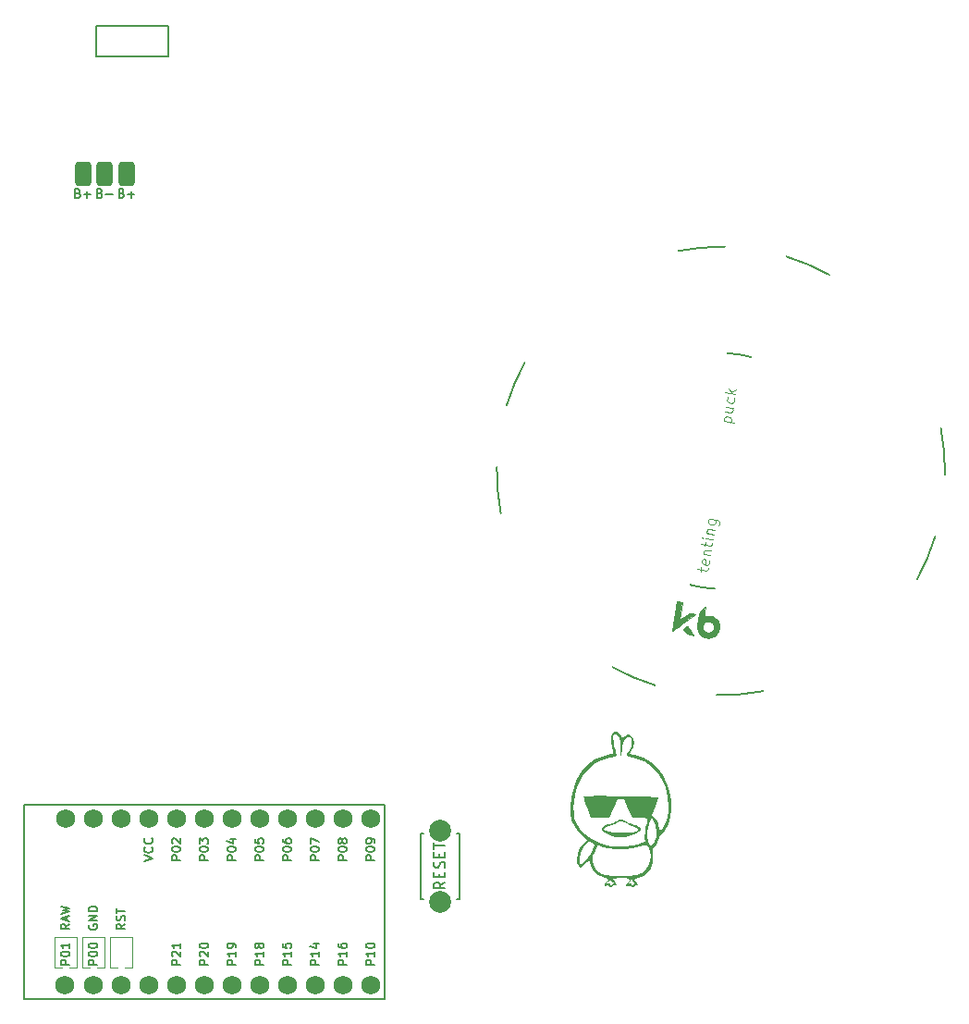
<source format=gbr>
%TF.GenerationSoftware,KiCad,Pcbnew,(6.0.7-1)-1*%
%TF.CreationDate,2022-08-15T15:56:19+02:00*%
%TF.ProjectId,wizza,77697a7a-612e-46b6-9963-61645f706362,v1.0.0*%
%TF.SameCoordinates,Original*%
%TF.FileFunction,Legend,Top*%
%TF.FilePolarity,Positive*%
%FSLAX46Y46*%
G04 Gerber Fmt 4.6, Leading zero omitted, Abs format (unit mm)*
G04 Created by KiCad (PCBNEW (6.0.7-1)-1) date 2022-08-15 15:56:19*
%MOMM*%
%LPD*%
G01*
G04 APERTURE LIST*
G04 Aperture macros list*
%AMRoundRect*
0 Rectangle with rounded corners*
0 $1 Rounding radius*
0 $2 $3 $4 $5 $6 $7 $8 $9 X,Y pos of 4 corners*
0 Add a 4 corners polygon primitive as box body*
4,1,4,$2,$3,$4,$5,$6,$7,$8,$9,$2,$3,0*
0 Add four circle primitives for the rounded corners*
1,1,$1+$1,$2,$3*
1,1,$1+$1,$4,$5*
1,1,$1+$1,$6,$7*
1,1,$1+$1,$8,$9*
0 Add four rect primitives between the rounded corners*
20,1,$1+$1,$2,$3,$4,$5,0*
20,1,$1+$1,$4,$5,$6,$7,0*
20,1,$1+$1,$6,$7,$8,$9,0*
20,1,$1+$1,$8,$9,$2,$3,0*%
G04 Aperture macros list end*
%ADD10C,0.150000*%
%ADD11C,0.100000*%
%ADD12C,0.120000*%
%ADD13C,0.200000*%
%ADD14C,0.010000*%
%ADD15C,1.752600*%
%ADD16RoundRect,0.375000X-0.375000X-0.750000X0.375000X-0.750000X0.375000X0.750000X-0.375000X0.750000X0*%
%ADD17C,2.000000*%
G04 APERTURE END LIST*
D10*
%TO.C,MCU1*%
X217023904Y-143725428D02*
X216223904Y-143725428D01*
X216223904Y-143420666D01*
X216262000Y-143344476D01*
X216300095Y-143306380D01*
X216376285Y-143268285D01*
X216490571Y-143268285D01*
X216566761Y-143306380D01*
X216604857Y-143344476D01*
X216642952Y-143420666D01*
X216642952Y-143725428D01*
X217023904Y-142506380D02*
X217023904Y-142963523D01*
X217023904Y-142734952D02*
X216223904Y-142734952D01*
X216338190Y-142811142D01*
X216414380Y-142887333D01*
X216452476Y-142963523D01*
X216566761Y-142049238D02*
X216528666Y-142125428D01*
X216490571Y-142163523D01*
X216414380Y-142201619D01*
X216376285Y-142201619D01*
X216300095Y-142163523D01*
X216262000Y-142125428D01*
X216223904Y-142049238D01*
X216223904Y-141896857D01*
X216262000Y-141820666D01*
X216300095Y-141782571D01*
X216376285Y-141744476D01*
X216414380Y-141744476D01*
X216490571Y-141782571D01*
X216528666Y-141820666D01*
X216566761Y-141896857D01*
X216566761Y-142049238D01*
X216604857Y-142125428D01*
X216642952Y-142163523D01*
X216719142Y-142201619D01*
X216871523Y-142201619D01*
X216947714Y-142163523D01*
X216985809Y-142125428D01*
X217023904Y-142049238D01*
X217023904Y-141896857D01*
X216985809Y-141820666D01*
X216947714Y-141782571D01*
X216871523Y-141744476D01*
X216719142Y-141744476D01*
X216642952Y-141782571D01*
X216604857Y-141820666D01*
X216566761Y-141896857D01*
X227183904Y-134125428D02*
X226383904Y-134125428D01*
X226383904Y-133820666D01*
X226422000Y-133744476D01*
X226460095Y-133706380D01*
X226536285Y-133668285D01*
X226650571Y-133668285D01*
X226726761Y-133706380D01*
X226764857Y-133744476D01*
X226802952Y-133820666D01*
X226802952Y-134125428D01*
X226383904Y-133173047D02*
X226383904Y-133096857D01*
X226422000Y-133020666D01*
X226460095Y-132982571D01*
X226536285Y-132944476D01*
X226688666Y-132906380D01*
X226879142Y-132906380D01*
X227031523Y-132944476D01*
X227107714Y-132982571D01*
X227145809Y-133020666D01*
X227183904Y-133096857D01*
X227183904Y-133173047D01*
X227145809Y-133249238D01*
X227107714Y-133287333D01*
X227031523Y-133325428D01*
X226879142Y-133363523D01*
X226688666Y-133363523D01*
X226536285Y-133325428D01*
X226460095Y-133287333D01*
X226422000Y-133249238D01*
X226383904Y-133173047D01*
X227183904Y-132525428D02*
X227183904Y-132373047D01*
X227145809Y-132296857D01*
X227107714Y-132258761D01*
X226993428Y-132182571D01*
X226841047Y-132144476D01*
X226536285Y-132144476D01*
X226460095Y-132182571D01*
X226422000Y-132220666D01*
X226383904Y-132296857D01*
X226383904Y-132449238D01*
X226422000Y-132525428D01*
X226460095Y-132563523D01*
X226536285Y-132601619D01*
X226726761Y-132601619D01*
X226802952Y-132563523D01*
X226841047Y-132525428D01*
X226879142Y-132449238D01*
X226879142Y-132296857D01*
X226841047Y-132220666D01*
X226802952Y-132182571D01*
X226726761Y-132144476D01*
X209403904Y-134125428D02*
X208603904Y-134125428D01*
X208603904Y-133820666D01*
X208642000Y-133744476D01*
X208680095Y-133706380D01*
X208756285Y-133668285D01*
X208870571Y-133668285D01*
X208946761Y-133706380D01*
X208984857Y-133744476D01*
X209022952Y-133820666D01*
X209022952Y-134125428D01*
X208603904Y-133173047D02*
X208603904Y-133096857D01*
X208642000Y-133020666D01*
X208680095Y-132982571D01*
X208756285Y-132944476D01*
X208908666Y-132906380D01*
X209099142Y-132906380D01*
X209251523Y-132944476D01*
X209327714Y-132982571D01*
X209365809Y-133020666D01*
X209403904Y-133096857D01*
X209403904Y-133173047D01*
X209365809Y-133249238D01*
X209327714Y-133287333D01*
X209251523Y-133325428D01*
X209099142Y-133363523D01*
X208908666Y-133363523D01*
X208756285Y-133325428D01*
X208680095Y-133287333D01*
X208642000Y-133249238D01*
X208603904Y-133173047D01*
X208680095Y-132601619D02*
X208642000Y-132563523D01*
X208603904Y-132487333D01*
X208603904Y-132296857D01*
X208642000Y-132220666D01*
X208680095Y-132182571D01*
X208756285Y-132144476D01*
X208832476Y-132144476D01*
X208946761Y-132182571D01*
X209403904Y-132639714D01*
X209403904Y-132144476D01*
X214483904Y-143725428D02*
X213683904Y-143725428D01*
X213683904Y-143420666D01*
X213722000Y-143344476D01*
X213760095Y-143306380D01*
X213836285Y-143268285D01*
X213950571Y-143268285D01*
X214026761Y-143306380D01*
X214064857Y-143344476D01*
X214102952Y-143420666D01*
X214102952Y-143725428D01*
X214483904Y-142506380D02*
X214483904Y-142963523D01*
X214483904Y-142734952D02*
X213683904Y-142734952D01*
X213798190Y-142811142D01*
X213874380Y-142887333D01*
X213912476Y-142963523D01*
X214483904Y-142125428D02*
X214483904Y-141973047D01*
X214445809Y-141896857D01*
X214407714Y-141858761D01*
X214293428Y-141782571D01*
X214141047Y-141744476D01*
X213836285Y-141744476D01*
X213760095Y-141782571D01*
X213722000Y-141820666D01*
X213683904Y-141896857D01*
X213683904Y-142049238D01*
X213722000Y-142125428D01*
X213760095Y-142163523D01*
X213836285Y-142201619D01*
X214026761Y-142201619D01*
X214102952Y-142163523D01*
X214141047Y-142125428D01*
X214179142Y-142049238D01*
X214179142Y-141896857D01*
X214141047Y-141820666D01*
X214102952Y-141782571D01*
X214026761Y-141744476D01*
X211943904Y-143725428D02*
X211143904Y-143725428D01*
X211143904Y-143420666D01*
X211182000Y-143344476D01*
X211220095Y-143306380D01*
X211296285Y-143268285D01*
X211410571Y-143268285D01*
X211486761Y-143306380D01*
X211524857Y-143344476D01*
X211562952Y-143420666D01*
X211562952Y-143725428D01*
X211220095Y-142963523D02*
X211182000Y-142925428D01*
X211143904Y-142849238D01*
X211143904Y-142658761D01*
X211182000Y-142582571D01*
X211220095Y-142544476D01*
X211296285Y-142506380D01*
X211372476Y-142506380D01*
X211486761Y-142544476D01*
X211943904Y-143001619D01*
X211943904Y-142506380D01*
X211143904Y-142011142D02*
X211143904Y-141934952D01*
X211182000Y-141858761D01*
X211220095Y-141820666D01*
X211296285Y-141782571D01*
X211448666Y-141744476D01*
X211639142Y-141744476D01*
X211791523Y-141782571D01*
X211867714Y-141820666D01*
X211905809Y-141858761D01*
X211943904Y-141934952D01*
X211943904Y-142011142D01*
X211905809Y-142087333D01*
X211867714Y-142125428D01*
X211791523Y-142163523D01*
X211639142Y-142201619D01*
X211448666Y-142201619D01*
X211296285Y-142163523D01*
X211220095Y-142125428D01*
X211182000Y-142087333D01*
X211143904Y-142011142D01*
X214483904Y-134125428D02*
X213683904Y-134125428D01*
X213683904Y-133820666D01*
X213722000Y-133744476D01*
X213760095Y-133706380D01*
X213836285Y-133668285D01*
X213950571Y-133668285D01*
X214026761Y-133706380D01*
X214064857Y-133744476D01*
X214102952Y-133820666D01*
X214102952Y-134125428D01*
X213683904Y-133173047D02*
X213683904Y-133096857D01*
X213722000Y-133020666D01*
X213760095Y-132982571D01*
X213836285Y-132944476D01*
X213988666Y-132906380D01*
X214179142Y-132906380D01*
X214331523Y-132944476D01*
X214407714Y-132982571D01*
X214445809Y-133020666D01*
X214483904Y-133096857D01*
X214483904Y-133173047D01*
X214445809Y-133249238D01*
X214407714Y-133287333D01*
X214331523Y-133325428D01*
X214179142Y-133363523D01*
X213988666Y-133363523D01*
X213836285Y-133325428D01*
X213760095Y-133287333D01*
X213722000Y-133249238D01*
X213683904Y-133173047D01*
X213950571Y-132220666D02*
X214483904Y-132220666D01*
X213645809Y-132411142D02*
X214217238Y-132601619D01*
X214217238Y-132106380D01*
X211943904Y-134125428D02*
X211143904Y-134125428D01*
X211143904Y-133820666D01*
X211182000Y-133744476D01*
X211220095Y-133706380D01*
X211296285Y-133668285D01*
X211410571Y-133668285D01*
X211486761Y-133706380D01*
X211524857Y-133744476D01*
X211562952Y-133820666D01*
X211562952Y-134125428D01*
X211143904Y-133173047D02*
X211143904Y-133096857D01*
X211182000Y-133020666D01*
X211220095Y-132982571D01*
X211296285Y-132944476D01*
X211448666Y-132906380D01*
X211639142Y-132906380D01*
X211791523Y-132944476D01*
X211867714Y-132982571D01*
X211905809Y-133020666D01*
X211943904Y-133096857D01*
X211943904Y-133173047D01*
X211905809Y-133249238D01*
X211867714Y-133287333D01*
X211791523Y-133325428D01*
X211639142Y-133363523D01*
X211448666Y-133363523D01*
X211296285Y-133325428D01*
X211220095Y-133287333D01*
X211182000Y-133249238D01*
X211143904Y-133173047D01*
X211143904Y-132639714D02*
X211143904Y-132144476D01*
X211448666Y-132411142D01*
X211448666Y-132296857D01*
X211486761Y-132220666D01*
X211524857Y-132182571D01*
X211601047Y-132144476D01*
X211791523Y-132144476D01*
X211867714Y-132182571D01*
X211905809Y-132220666D01*
X211943904Y-132296857D01*
X211943904Y-132525428D01*
X211905809Y-132601619D01*
X211867714Y-132639714D01*
X204323904Y-140005618D02*
X203942952Y-140272284D01*
X204323904Y-140462761D02*
X203523904Y-140462761D01*
X203523904Y-140157999D01*
X203562000Y-140081808D01*
X203600095Y-140043713D01*
X203676285Y-140005618D01*
X203790571Y-140005618D01*
X203866761Y-140043713D01*
X203904857Y-140081808D01*
X203942952Y-140157999D01*
X203942952Y-140462761D01*
X204285809Y-139700856D02*
X204323904Y-139586570D01*
X204323904Y-139396094D01*
X204285809Y-139319903D01*
X204247714Y-139281808D01*
X204171523Y-139243713D01*
X204095333Y-139243713D01*
X204019142Y-139281808D01*
X203981047Y-139319903D01*
X203942952Y-139396094D01*
X203904857Y-139548475D01*
X203866761Y-139624665D01*
X203828666Y-139662761D01*
X203752476Y-139700856D01*
X203676285Y-139700856D01*
X203600095Y-139662761D01*
X203562000Y-139624665D01*
X203523904Y-139548475D01*
X203523904Y-139357999D01*
X203562000Y-139243713D01*
X203523904Y-139015142D02*
X203523904Y-138557999D01*
X204323904Y-138786570D02*
X203523904Y-138786570D01*
X219563904Y-143725428D02*
X218763904Y-143725428D01*
X218763904Y-143420666D01*
X218802000Y-143344476D01*
X218840095Y-143306380D01*
X218916285Y-143268285D01*
X219030571Y-143268285D01*
X219106761Y-143306380D01*
X219144857Y-143344476D01*
X219182952Y-143420666D01*
X219182952Y-143725428D01*
X219563904Y-142506380D02*
X219563904Y-142963523D01*
X219563904Y-142734952D02*
X218763904Y-142734952D01*
X218878190Y-142811142D01*
X218954380Y-142887333D01*
X218992476Y-142963523D01*
X218763904Y-141782571D02*
X218763904Y-142163523D01*
X219144857Y-142201619D01*
X219106761Y-142163523D01*
X219068666Y-142087333D01*
X219068666Y-141896857D01*
X219106761Y-141820666D01*
X219144857Y-141782571D01*
X219221047Y-141744476D01*
X219411523Y-141744476D01*
X219487714Y-141782571D01*
X219525809Y-141820666D01*
X219563904Y-141896857D01*
X219563904Y-142087333D01*
X219525809Y-142163523D01*
X219487714Y-142201619D01*
X209403904Y-143725428D02*
X208603904Y-143725428D01*
X208603904Y-143420666D01*
X208642000Y-143344476D01*
X208680095Y-143306380D01*
X208756285Y-143268285D01*
X208870571Y-143268285D01*
X208946761Y-143306380D01*
X208984857Y-143344476D01*
X209022952Y-143420666D01*
X209022952Y-143725428D01*
X208680095Y-142963523D02*
X208642000Y-142925428D01*
X208603904Y-142849238D01*
X208603904Y-142658761D01*
X208642000Y-142582571D01*
X208680095Y-142544476D01*
X208756285Y-142506380D01*
X208832476Y-142506380D01*
X208946761Y-142544476D01*
X209403904Y-143001619D01*
X209403904Y-142506380D01*
X209403904Y-141744476D02*
X209403904Y-142201619D01*
X209403904Y-141973047D02*
X208603904Y-141973047D01*
X208718190Y-142049238D01*
X208794380Y-142125428D01*
X208832476Y-142201619D01*
X201783904Y-143725428D02*
X200983904Y-143725428D01*
X200983904Y-143420666D01*
X201022000Y-143344476D01*
X201060095Y-143306380D01*
X201136285Y-143268285D01*
X201250571Y-143268285D01*
X201326761Y-143306380D01*
X201364857Y-143344476D01*
X201402952Y-143420666D01*
X201402952Y-143725428D01*
X200983904Y-142773047D02*
X200983904Y-142696857D01*
X201022000Y-142620666D01*
X201060095Y-142582571D01*
X201136285Y-142544476D01*
X201288666Y-142506380D01*
X201479142Y-142506380D01*
X201631523Y-142544476D01*
X201707714Y-142582571D01*
X201745809Y-142620666D01*
X201783904Y-142696857D01*
X201783904Y-142773047D01*
X201745809Y-142849238D01*
X201707714Y-142887333D01*
X201631523Y-142925428D01*
X201479142Y-142963523D01*
X201288666Y-142963523D01*
X201136285Y-142925428D01*
X201060095Y-142887333D01*
X201022000Y-142849238D01*
X200983904Y-142773047D01*
X200983904Y-142011142D02*
X200983904Y-141934952D01*
X201022000Y-141858761D01*
X201060095Y-141820666D01*
X201136285Y-141782571D01*
X201288666Y-141744476D01*
X201479142Y-141744476D01*
X201631523Y-141782571D01*
X201707714Y-141820666D01*
X201745809Y-141858761D01*
X201783904Y-141934952D01*
X201783904Y-142011142D01*
X201745809Y-142087333D01*
X201707714Y-142125428D01*
X201631523Y-142163523D01*
X201479142Y-142201619D01*
X201288666Y-142201619D01*
X201136285Y-142163523D01*
X201060095Y-142125428D01*
X201022000Y-142087333D01*
X200983904Y-142011142D01*
X222103904Y-134125428D02*
X221303904Y-134125428D01*
X221303904Y-133820666D01*
X221342000Y-133744476D01*
X221380095Y-133706380D01*
X221456285Y-133668285D01*
X221570571Y-133668285D01*
X221646761Y-133706380D01*
X221684857Y-133744476D01*
X221722952Y-133820666D01*
X221722952Y-134125428D01*
X221303904Y-133173047D02*
X221303904Y-133096857D01*
X221342000Y-133020666D01*
X221380095Y-132982571D01*
X221456285Y-132944476D01*
X221608666Y-132906380D01*
X221799142Y-132906380D01*
X221951523Y-132944476D01*
X222027714Y-132982571D01*
X222065809Y-133020666D01*
X222103904Y-133096857D01*
X222103904Y-133173047D01*
X222065809Y-133249238D01*
X222027714Y-133287333D01*
X221951523Y-133325428D01*
X221799142Y-133363523D01*
X221608666Y-133363523D01*
X221456285Y-133325428D01*
X221380095Y-133287333D01*
X221342000Y-133249238D01*
X221303904Y-133173047D01*
X221303904Y-132639714D02*
X221303904Y-132106380D01*
X222103904Y-132449238D01*
X224643904Y-134125428D02*
X223843904Y-134125428D01*
X223843904Y-133820666D01*
X223882000Y-133744476D01*
X223920095Y-133706380D01*
X223996285Y-133668285D01*
X224110571Y-133668285D01*
X224186761Y-133706380D01*
X224224857Y-133744476D01*
X224262952Y-133820666D01*
X224262952Y-134125428D01*
X223843904Y-133173047D02*
X223843904Y-133096857D01*
X223882000Y-133020666D01*
X223920095Y-132982571D01*
X223996285Y-132944476D01*
X224148666Y-132906380D01*
X224339142Y-132906380D01*
X224491523Y-132944476D01*
X224567714Y-132982571D01*
X224605809Y-133020666D01*
X224643904Y-133096857D01*
X224643904Y-133173047D01*
X224605809Y-133249238D01*
X224567714Y-133287333D01*
X224491523Y-133325428D01*
X224339142Y-133363523D01*
X224148666Y-133363523D01*
X223996285Y-133325428D01*
X223920095Y-133287333D01*
X223882000Y-133249238D01*
X223843904Y-133173047D01*
X224186761Y-132449238D02*
X224148666Y-132525428D01*
X224110571Y-132563523D01*
X224034380Y-132601619D01*
X223996285Y-132601619D01*
X223920095Y-132563523D01*
X223882000Y-132525428D01*
X223843904Y-132449238D01*
X223843904Y-132296857D01*
X223882000Y-132220666D01*
X223920095Y-132182571D01*
X223996285Y-132144476D01*
X224034380Y-132144476D01*
X224110571Y-132182571D01*
X224148666Y-132220666D01*
X224186761Y-132296857D01*
X224186761Y-132449238D01*
X224224857Y-132525428D01*
X224262952Y-132563523D01*
X224339142Y-132601619D01*
X224491523Y-132601619D01*
X224567714Y-132563523D01*
X224605809Y-132525428D01*
X224643904Y-132449238D01*
X224643904Y-132296857D01*
X224605809Y-132220666D01*
X224567714Y-132182571D01*
X224491523Y-132144476D01*
X224339142Y-132144476D01*
X224262952Y-132182571D01*
X224224857Y-132220666D01*
X224186761Y-132296857D01*
X224643904Y-143725428D02*
X223843904Y-143725428D01*
X223843904Y-143420666D01*
X223882000Y-143344476D01*
X223920095Y-143306380D01*
X223996285Y-143268285D01*
X224110571Y-143268285D01*
X224186761Y-143306380D01*
X224224857Y-143344476D01*
X224262952Y-143420666D01*
X224262952Y-143725428D01*
X224643904Y-142506380D02*
X224643904Y-142963523D01*
X224643904Y-142734952D02*
X223843904Y-142734952D01*
X223958190Y-142811142D01*
X224034380Y-142887333D01*
X224072476Y-142963523D01*
X223843904Y-141820666D02*
X223843904Y-141973047D01*
X223882000Y-142049238D01*
X223920095Y-142087333D01*
X224034380Y-142163523D01*
X224186761Y-142201619D01*
X224491523Y-142201619D01*
X224567714Y-142163523D01*
X224605809Y-142125428D01*
X224643904Y-142049238D01*
X224643904Y-141896857D01*
X224605809Y-141820666D01*
X224567714Y-141782571D01*
X224491523Y-141744476D01*
X224301047Y-141744476D01*
X224224857Y-141782571D01*
X224186761Y-141820666D01*
X224148666Y-141896857D01*
X224148666Y-142049238D01*
X224186761Y-142125428D01*
X224224857Y-142163523D01*
X224301047Y-142201619D01*
X201022000Y-140062760D02*
X200983904Y-140138951D01*
X200983904Y-140253237D01*
X201022000Y-140367522D01*
X201098190Y-140443713D01*
X201174380Y-140481808D01*
X201326761Y-140519903D01*
X201441047Y-140519903D01*
X201593428Y-140481808D01*
X201669619Y-140443713D01*
X201745809Y-140367522D01*
X201783904Y-140253237D01*
X201783904Y-140177046D01*
X201745809Y-140062760D01*
X201707714Y-140024665D01*
X201441047Y-140024665D01*
X201441047Y-140177046D01*
X201783904Y-139681808D02*
X200983904Y-139681808D01*
X201783904Y-139224665D01*
X200983904Y-139224665D01*
X201783904Y-138843713D02*
X200983904Y-138843713D01*
X200983904Y-138653237D01*
X201022000Y-138538951D01*
X201098190Y-138462760D01*
X201174380Y-138424665D01*
X201326761Y-138386570D01*
X201441047Y-138386570D01*
X201593428Y-138424665D01*
X201669619Y-138462760D01*
X201745809Y-138538951D01*
X201783904Y-138653237D01*
X201783904Y-138843713D01*
X219563904Y-134125428D02*
X218763904Y-134125428D01*
X218763904Y-133820666D01*
X218802000Y-133744476D01*
X218840095Y-133706380D01*
X218916285Y-133668285D01*
X219030571Y-133668285D01*
X219106761Y-133706380D01*
X219144857Y-133744476D01*
X219182952Y-133820666D01*
X219182952Y-134125428D01*
X218763904Y-133173047D02*
X218763904Y-133096857D01*
X218802000Y-133020666D01*
X218840095Y-132982571D01*
X218916285Y-132944476D01*
X219068666Y-132906380D01*
X219259142Y-132906380D01*
X219411523Y-132944476D01*
X219487714Y-132982571D01*
X219525809Y-133020666D01*
X219563904Y-133096857D01*
X219563904Y-133173047D01*
X219525809Y-133249238D01*
X219487714Y-133287333D01*
X219411523Y-133325428D01*
X219259142Y-133363523D01*
X219068666Y-133363523D01*
X218916285Y-133325428D01*
X218840095Y-133287333D01*
X218802000Y-133249238D01*
X218763904Y-133173047D01*
X218763904Y-132220666D02*
X218763904Y-132373047D01*
X218802000Y-132449238D01*
X218840095Y-132487333D01*
X218954380Y-132563523D01*
X219106761Y-132601619D01*
X219411523Y-132601619D01*
X219487714Y-132563523D01*
X219525809Y-132525428D01*
X219563904Y-132449238D01*
X219563904Y-132296857D01*
X219525809Y-132220666D01*
X219487714Y-132182571D01*
X219411523Y-132144476D01*
X219221047Y-132144476D01*
X219144857Y-132182571D01*
X219106761Y-132220666D01*
X219068666Y-132296857D01*
X219068666Y-132449238D01*
X219106761Y-132525428D01*
X219144857Y-132563523D01*
X219221047Y-132601619D01*
X222103904Y-143725428D02*
X221303904Y-143725428D01*
X221303904Y-143420666D01*
X221342000Y-143344476D01*
X221380095Y-143306380D01*
X221456285Y-143268285D01*
X221570571Y-143268285D01*
X221646761Y-143306380D01*
X221684857Y-143344476D01*
X221722952Y-143420666D01*
X221722952Y-143725428D01*
X222103904Y-142506380D02*
X222103904Y-142963523D01*
X222103904Y-142734952D02*
X221303904Y-142734952D01*
X221418190Y-142811142D01*
X221494380Y-142887333D01*
X221532476Y-142963523D01*
X221570571Y-141820666D02*
X222103904Y-141820666D01*
X221265809Y-142011142D02*
X221837238Y-142201619D01*
X221837238Y-141706380D01*
X199243904Y-143725428D02*
X198443904Y-143725428D01*
X198443904Y-143420666D01*
X198482000Y-143344476D01*
X198520095Y-143306380D01*
X198596285Y-143268285D01*
X198710571Y-143268285D01*
X198786761Y-143306380D01*
X198824857Y-143344476D01*
X198862952Y-143420666D01*
X198862952Y-143725428D01*
X198443904Y-142773047D02*
X198443904Y-142696857D01*
X198482000Y-142620666D01*
X198520095Y-142582571D01*
X198596285Y-142544476D01*
X198748666Y-142506380D01*
X198939142Y-142506380D01*
X199091523Y-142544476D01*
X199167714Y-142582571D01*
X199205809Y-142620666D01*
X199243904Y-142696857D01*
X199243904Y-142773047D01*
X199205809Y-142849238D01*
X199167714Y-142887333D01*
X199091523Y-142925428D01*
X198939142Y-142963523D01*
X198748666Y-142963523D01*
X198596285Y-142925428D01*
X198520095Y-142887333D01*
X198482000Y-142849238D01*
X198443904Y-142773047D01*
X199243904Y-141744476D02*
X199243904Y-142201619D01*
X199243904Y-141973047D02*
X198443904Y-141973047D01*
X198558190Y-142049238D01*
X198634380Y-142125428D01*
X198672476Y-142201619D01*
X227183904Y-143725428D02*
X226383904Y-143725428D01*
X226383904Y-143420666D01*
X226422000Y-143344476D01*
X226460095Y-143306380D01*
X226536285Y-143268285D01*
X226650571Y-143268285D01*
X226726761Y-143306380D01*
X226764857Y-143344476D01*
X226802952Y-143420666D01*
X226802952Y-143725428D01*
X227183904Y-142506380D02*
X227183904Y-142963523D01*
X227183904Y-142734952D02*
X226383904Y-142734952D01*
X226498190Y-142811142D01*
X226574380Y-142887333D01*
X226612476Y-142963523D01*
X226383904Y-142011142D02*
X226383904Y-141934952D01*
X226422000Y-141858761D01*
X226460095Y-141820666D01*
X226536285Y-141782571D01*
X226688666Y-141744476D01*
X226879142Y-141744476D01*
X227031523Y-141782571D01*
X227107714Y-141820666D01*
X227145809Y-141858761D01*
X227183904Y-141934952D01*
X227183904Y-142011142D01*
X227145809Y-142087333D01*
X227107714Y-142125428D01*
X227031523Y-142163523D01*
X226879142Y-142201619D01*
X226688666Y-142201619D01*
X226536285Y-142163523D01*
X226460095Y-142125428D01*
X226422000Y-142087333D01*
X226383904Y-142011142D01*
X206063904Y-134220666D02*
X206863904Y-133954000D01*
X206063904Y-133687333D01*
X206787714Y-132963523D02*
X206825809Y-133001619D01*
X206863904Y-133115904D01*
X206863904Y-133192095D01*
X206825809Y-133306380D01*
X206749619Y-133382571D01*
X206673428Y-133420666D01*
X206521047Y-133458761D01*
X206406761Y-133458761D01*
X206254380Y-133420666D01*
X206178190Y-133382571D01*
X206102000Y-133306380D01*
X206063904Y-133192095D01*
X206063904Y-133115904D01*
X206102000Y-133001619D01*
X206140095Y-132963523D01*
X206787714Y-132163523D02*
X206825809Y-132201619D01*
X206863904Y-132315904D01*
X206863904Y-132392095D01*
X206825809Y-132506380D01*
X206749619Y-132582571D01*
X206673428Y-132620666D01*
X206521047Y-132658761D01*
X206406761Y-132658761D01*
X206254380Y-132620666D01*
X206178190Y-132582571D01*
X206102000Y-132506380D01*
X206063904Y-132392095D01*
X206063904Y-132315904D01*
X206102000Y-132201619D01*
X206140095Y-132163523D01*
X217023904Y-134125428D02*
X216223904Y-134125428D01*
X216223904Y-133820666D01*
X216262000Y-133744476D01*
X216300095Y-133706380D01*
X216376285Y-133668285D01*
X216490571Y-133668285D01*
X216566761Y-133706380D01*
X216604857Y-133744476D01*
X216642952Y-133820666D01*
X216642952Y-134125428D01*
X216223904Y-133173047D02*
X216223904Y-133096857D01*
X216262000Y-133020666D01*
X216300095Y-132982571D01*
X216376285Y-132944476D01*
X216528666Y-132906380D01*
X216719142Y-132906380D01*
X216871523Y-132944476D01*
X216947714Y-132982571D01*
X216985809Y-133020666D01*
X217023904Y-133096857D01*
X217023904Y-133173047D01*
X216985809Y-133249238D01*
X216947714Y-133287333D01*
X216871523Y-133325428D01*
X216719142Y-133363523D01*
X216528666Y-133363523D01*
X216376285Y-133325428D01*
X216300095Y-133287333D01*
X216262000Y-133249238D01*
X216223904Y-133173047D01*
X216223904Y-132182571D02*
X216223904Y-132563523D01*
X216604857Y-132601619D01*
X216566761Y-132563523D01*
X216528666Y-132487333D01*
X216528666Y-132296857D01*
X216566761Y-132220666D01*
X216604857Y-132182571D01*
X216681047Y-132144476D01*
X216871523Y-132144476D01*
X216947714Y-132182571D01*
X216985809Y-132220666D01*
X217023904Y-132296857D01*
X217023904Y-132487333D01*
X216985809Y-132563523D01*
X216947714Y-132601619D01*
X199243904Y-140005617D02*
X198862952Y-140272284D01*
X199243904Y-140462760D02*
X198443904Y-140462760D01*
X198443904Y-140157998D01*
X198482000Y-140081808D01*
X198520095Y-140043713D01*
X198596285Y-140005617D01*
X198710571Y-140005617D01*
X198786761Y-140043713D01*
X198824857Y-140081808D01*
X198862952Y-140157998D01*
X198862952Y-140462760D01*
X199015333Y-139700856D02*
X199015333Y-139319903D01*
X199243904Y-139777046D02*
X198443904Y-139510379D01*
X199243904Y-139243713D01*
X198443904Y-139053237D02*
X199243904Y-138862760D01*
X198672476Y-138710379D01*
X199243904Y-138557998D01*
X198443904Y-138367522D01*
%TO.C,*%
D11*
X257030207Y-107712002D02*
X257089801Y-107335739D01*
X256723325Y-107518759D02*
X257569915Y-107652845D01*
X257671430Y-107620711D01*
X257733361Y-107534095D01*
X257748260Y-107440029D01*
X257812966Y-106727088D02*
X257845100Y-106828603D01*
X257815303Y-107016734D01*
X257753372Y-107103350D01*
X257651857Y-107135485D01*
X257275595Y-107075891D01*
X257188979Y-107013959D01*
X257156844Y-106912444D01*
X257186641Y-106724313D01*
X257248573Y-106637697D01*
X257350087Y-106605563D01*
X257444153Y-106620461D01*
X257463726Y-107105688D01*
X257276032Y-106159920D02*
X257934491Y-106264210D01*
X257370098Y-106174819D02*
X257330514Y-106120336D01*
X257298380Y-106018822D01*
X257320728Y-105877723D01*
X257382659Y-105791107D01*
X257484174Y-105758973D01*
X258001535Y-105840915D01*
X257395221Y-105407396D02*
X257454815Y-105031133D01*
X257088339Y-105214152D02*
X257934929Y-105348239D01*
X258036444Y-105316105D01*
X258098375Y-105229489D01*
X258113274Y-105135423D01*
X258165418Y-104806194D02*
X257506959Y-104701904D01*
X257177730Y-104649759D02*
X257217314Y-104704241D01*
X257271796Y-104664658D01*
X257232212Y-104610176D01*
X257177730Y-104649759D01*
X257271796Y-104664658D01*
X257581452Y-104231576D02*
X258239911Y-104335866D01*
X257675518Y-104246475D02*
X257635934Y-104191993D01*
X257603800Y-104090478D01*
X257626148Y-103949379D01*
X257688079Y-103862763D01*
X257789594Y-103830629D01*
X258306954Y-103912571D01*
X257790031Y-102914658D02*
X258589589Y-103041296D01*
X258676205Y-103103227D01*
X258715788Y-103157709D01*
X258747923Y-103259224D01*
X258725575Y-103400322D01*
X258663644Y-103486939D01*
X258401457Y-103011499D02*
X258433592Y-103113014D01*
X258403795Y-103301145D01*
X258341863Y-103387761D01*
X258287381Y-103427344D01*
X258185867Y-103459479D01*
X257903670Y-103414783D01*
X257817054Y-103352852D01*
X257777470Y-103298370D01*
X257745336Y-103196855D01*
X257775133Y-103008724D01*
X257837064Y-102922108D01*
X259140442Y-93982583D02*
X260128131Y-94139018D01*
X259187475Y-93990033D02*
X259155341Y-93888518D01*
X259185138Y-93700387D01*
X259247069Y-93613770D01*
X259301551Y-93574187D01*
X259403066Y-93542053D01*
X259685263Y-93586748D01*
X259771879Y-93648679D01*
X259811462Y-93703161D01*
X259843597Y-93804676D01*
X259813800Y-93992807D01*
X259751868Y-94079424D01*
X259349022Y-92665666D02*
X260007480Y-92769955D01*
X259281978Y-93088961D02*
X259799339Y-93170902D01*
X259900854Y-93138768D01*
X259962785Y-93052152D01*
X259985133Y-92911054D01*
X259952998Y-92809539D01*
X259913415Y-92755057D01*
X260101984Y-91868883D02*
X260134118Y-91970398D01*
X260104321Y-92158529D01*
X260042390Y-92245145D01*
X259987908Y-92284729D01*
X259886393Y-92316863D01*
X259604196Y-92272168D01*
X259517580Y-92210236D01*
X259477996Y-92155754D01*
X259445862Y-92054239D01*
X259475659Y-91866108D01*
X259537590Y-91779492D01*
X260216060Y-91453037D02*
X259228371Y-91296603D01*
X259854696Y-91299378D02*
X260275654Y-91076775D01*
X259617195Y-90972486D02*
X259933863Y-91408342D01*
D10*
%TO.C,PAD1*%
X202031904Y-73116857D02*
X202146190Y-73154952D01*
X202184285Y-73193047D01*
X202222380Y-73269238D01*
X202222380Y-73383523D01*
X202184285Y-73459714D01*
X202146190Y-73497809D01*
X202070000Y-73535904D01*
X201765238Y-73535904D01*
X201765238Y-72735904D01*
X202031904Y-72735904D01*
X202108095Y-72774000D01*
X202146190Y-72812095D01*
X202184285Y-72888285D01*
X202184285Y-72964476D01*
X202146190Y-73040666D01*
X202108095Y-73078761D01*
X202031904Y-73116857D01*
X201765238Y-73116857D01*
X202565238Y-73231142D02*
X203174761Y-73231142D01*
X200031904Y-73116857D02*
X200146190Y-73154952D01*
X200184285Y-73193047D01*
X200222380Y-73269238D01*
X200222380Y-73383523D01*
X200184285Y-73459714D01*
X200146190Y-73497809D01*
X200070000Y-73535904D01*
X199765238Y-73535904D01*
X199765238Y-72735904D01*
X200031904Y-72735904D01*
X200108095Y-72774000D01*
X200146190Y-72812095D01*
X200184285Y-72888285D01*
X200184285Y-72964476D01*
X200146190Y-73040666D01*
X200108095Y-73078761D01*
X200031904Y-73116857D01*
X199765238Y-73116857D01*
X200565238Y-73231142D02*
X201174761Y-73231142D01*
X200870000Y-73535904D02*
X200870000Y-72926380D01*
X204031904Y-73116857D02*
X204146190Y-73154952D01*
X204184285Y-73193047D01*
X204222380Y-73269238D01*
X204222380Y-73383523D01*
X204184285Y-73459714D01*
X204146190Y-73497809D01*
X204070000Y-73535904D01*
X203765238Y-73535904D01*
X203765238Y-72735904D01*
X204031904Y-72735904D01*
X204108095Y-72774000D01*
X204146190Y-72812095D01*
X204184285Y-72888285D01*
X204184285Y-72964476D01*
X204146190Y-73040666D01*
X204108095Y-73078761D01*
X204031904Y-73116857D01*
X203765238Y-73116857D01*
X204565238Y-73231142D02*
X205174761Y-73231142D01*
X204870000Y-73535904D02*
X204870000Y-72926380D01*
%TO.C,B1*%
X233624380Y-136156380D02*
X233148190Y-136489714D01*
X233624380Y-136727809D02*
X232624380Y-136727809D01*
X232624380Y-136346857D01*
X232672000Y-136251619D01*
X232719619Y-136204000D01*
X232814857Y-136156380D01*
X232957714Y-136156380D01*
X233052952Y-136204000D01*
X233100571Y-136251619D01*
X233148190Y-136346857D01*
X233148190Y-136727809D01*
X233100571Y-135727809D02*
X233100571Y-135394476D01*
X233624380Y-135251619D02*
X233624380Y-135727809D01*
X232624380Y-135727809D01*
X232624380Y-135251619D01*
X233576761Y-134870666D02*
X233624380Y-134727809D01*
X233624380Y-134489714D01*
X233576761Y-134394476D01*
X233529142Y-134346857D01*
X233433904Y-134299238D01*
X233338666Y-134299238D01*
X233243428Y-134346857D01*
X233195809Y-134394476D01*
X233148190Y-134489714D01*
X233100571Y-134680190D01*
X233052952Y-134775428D01*
X233005333Y-134823047D01*
X232910095Y-134870666D01*
X232814857Y-134870666D01*
X232719619Y-134823047D01*
X232672000Y-134775428D01*
X232624380Y-134680190D01*
X232624380Y-134442095D01*
X232672000Y-134299238D01*
X233100571Y-133870666D02*
X233100571Y-133537333D01*
X233624380Y-133394476D02*
X233624380Y-133870666D01*
X232624380Y-133870666D01*
X232624380Y-133394476D01*
X232624380Y-133108761D02*
X232624380Y-132537333D01*
X233624380Y-132823047D02*
X232624380Y-132823047D01*
D12*
%TO.C,MCU1*%
X204962000Y-141192523D02*
X204962000Y-143992523D01*
D10*
X228092000Y-146844000D02*
X228092000Y-129064000D01*
D12*
X202962000Y-141192523D02*
X204962000Y-141192523D01*
X202962000Y-143992523D02*
X202962000Y-141192523D01*
X202422000Y-143992523D02*
X201752000Y-143992523D01*
X201102000Y-143992523D02*
X200422000Y-143992523D01*
D10*
X195072000Y-129064000D02*
X195072000Y-146844000D01*
D12*
X200422000Y-141192523D02*
X202422000Y-141192523D01*
X204962000Y-143992523D02*
X204277000Y-143992523D01*
X198552000Y-143992523D02*
X197882000Y-143992523D01*
X197882000Y-141192523D02*
X199882000Y-141192523D01*
X197882000Y-143992523D02*
X197882000Y-141192523D01*
D10*
X228092000Y-129064000D02*
X195072000Y-129064000D01*
D12*
X199882000Y-141192523D02*
X199882000Y-143992523D01*
X202422000Y-141192523D02*
X202422000Y-143992523D01*
X203627000Y-143992523D02*
X202962000Y-143992523D01*
X199882000Y-143992523D02*
X199202000Y-143992523D01*
X200422000Y-143992523D02*
X200422000Y-141192523D01*
D10*
X195072000Y-146844000D02*
X228092000Y-146844000D01*
D13*
%TO.C,*%
X238377086Y-98176108D02*
G75*
G03*
X238748934Y-102437287I20516837J-356429D01*
G01*
X248955142Y-116484928D02*
G75*
G03*
X252892856Y-118155353I9938781J17952391D01*
G01*
X258537495Y-119049375D02*
G75*
G03*
X262798674Y-118677527I356428J20516838D01*
G01*
X260582633Y-87870441D02*
G75*
G03*
X259458890Y-87752331I-1688694J-10661997D01*
G01*
X261687875Y-88105369D02*
G75*
G03*
X260582633Y-87870442I-2793936J-10427069D01*
G01*
X257205213Y-109194633D02*
G75*
G03*
X258328957Y-109312743I1688695J10661997D01*
G01*
X268832706Y-80580148D02*
G75*
G03*
X264894991Y-78909722I-9938783J-17952389D01*
G01*
X279410762Y-98888966D02*
G75*
G03*
X279038914Y-94627789I-20516839J356429D01*
G01*
X240941534Y-88593754D02*
G75*
G03*
X239271108Y-92531469I17952389J-9938783D01*
G01*
X256099972Y-108959706D02*
G75*
G03*
X257205213Y-109194633I2793951J10427169D01*
G01*
X259250352Y-78015699D02*
G75*
G03*
X254989172Y-78387547I-356429J-20516838D01*
G01*
X276846314Y-108471319D02*
G75*
G03*
X278516739Y-104533605I-17952391J9938782D01*
G01*
G36*
X256747944Y-112554049D02*
G01*
X256763239Y-112448513D01*
X256781395Y-112327204D01*
X256802214Y-112191518D01*
X256825495Y-112042856D01*
X256827328Y-112031264D01*
X256935450Y-111348053D01*
X257516689Y-110923728D01*
X257439624Y-111411243D01*
X257423507Y-111514230D01*
X257408856Y-111609860D01*
X257396005Y-111695794D01*
X257385289Y-111769689D01*
X257377046Y-111829207D01*
X257371610Y-111872007D01*
X257369317Y-111895748D01*
X257369584Y-111899870D01*
X257382849Y-111895578D01*
X257409946Y-111883323D01*
X257436474Y-111870108D01*
X257560822Y-111818200D01*
X257689215Y-111788819D01*
X257822322Y-111781880D01*
X257960817Y-111797297D01*
X257978305Y-111800744D01*
X258065811Y-111821237D01*
X258139485Y-111844991D01*
X258207206Y-111875452D01*
X258276848Y-111916064D01*
X258340734Y-111959228D01*
X258455313Y-112053607D01*
X258552454Y-112162119D01*
X258631418Y-112282949D01*
X258691470Y-112414285D01*
X258731872Y-112554314D01*
X258751889Y-112701223D01*
X258750782Y-112853200D01*
X258740272Y-112942323D01*
X258706254Y-113091314D01*
X258652670Y-113229193D01*
X258578398Y-113358401D01*
X258505122Y-113455047D01*
X258401647Y-113560451D01*
X258284883Y-113648113D01*
X258157153Y-113717306D01*
X258020778Y-113767301D01*
X257878081Y-113797372D01*
X257731383Y-113806792D01*
X257583006Y-113794833D01*
X257484695Y-113774723D01*
X257345760Y-113727527D01*
X257214162Y-113659832D01*
X257092950Y-113573832D01*
X256985177Y-113471719D01*
X256893893Y-113355684D01*
X256887036Y-113345318D01*
X256823192Y-113229788D01*
X256772846Y-113102159D01*
X256738048Y-112969215D01*
X256720871Y-112837906D01*
X257218566Y-112837906D01*
X257233916Y-112935528D01*
X257253747Y-112993489D01*
X257306046Y-113091156D01*
X257373461Y-113173594D01*
X257453580Y-113239431D01*
X257543992Y-113287296D01*
X257642281Y-113315817D01*
X257746038Y-113323623D01*
X257820986Y-113315965D01*
X257865970Y-113306804D01*
X257909087Y-113296056D01*
X257926272Y-113290905D01*
X257975850Y-113267367D01*
X258031792Y-113229458D01*
X258087933Y-113182202D01*
X258138105Y-113130622D01*
X258165324Y-113096128D01*
X258192178Y-113055584D01*
X258210707Y-113019429D01*
X258224589Y-112978809D01*
X258237505Y-112924862D01*
X258238611Y-112919681D01*
X258252062Y-112813230D01*
X258244801Y-112712968D01*
X258216301Y-112613866D01*
X258203212Y-112582909D01*
X258151652Y-112495867D01*
X258083531Y-112422133D01*
X258002115Y-112363175D01*
X257910672Y-112320466D01*
X257812468Y-112295476D01*
X257710771Y-112289678D01*
X257608845Y-112304541D01*
X257594031Y-112308559D01*
X257498879Y-112347097D01*
X257415129Y-112402897D01*
X257344244Y-112473017D01*
X257287685Y-112554520D01*
X257246911Y-112644462D01*
X257223384Y-112739905D01*
X257218566Y-112837906D01*
X256720871Y-112837906D01*
X256720850Y-112837746D01*
X256719356Y-112790481D01*
X256721217Y-112762027D01*
X256726734Y-112712204D01*
X256733157Y-112662260D01*
X256735710Y-112642412D01*
X256747944Y-112554049D01*
G37*
D14*
X256747944Y-112554049D02*
X256763239Y-112448513D01*
X256781395Y-112327204D01*
X256802214Y-112191518D01*
X256825495Y-112042856D01*
X256827328Y-112031264D01*
X256935450Y-111348053D01*
X257516689Y-110923728D01*
X257439624Y-111411243D01*
X257423507Y-111514230D01*
X257408856Y-111609860D01*
X257396005Y-111695794D01*
X257385289Y-111769689D01*
X257377046Y-111829207D01*
X257371610Y-111872007D01*
X257369317Y-111895748D01*
X257369584Y-111899870D01*
X257382849Y-111895578D01*
X257409946Y-111883323D01*
X257436474Y-111870108D01*
X257560822Y-111818200D01*
X257689215Y-111788819D01*
X257822322Y-111781880D01*
X257960817Y-111797297D01*
X257978305Y-111800744D01*
X258065811Y-111821237D01*
X258139485Y-111844991D01*
X258207206Y-111875452D01*
X258276848Y-111916064D01*
X258340734Y-111959228D01*
X258455313Y-112053607D01*
X258552454Y-112162119D01*
X258631418Y-112282949D01*
X258691470Y-112414285D01*
X258731872Y-112554314D01*
X258751889Y-112701223D01*
X258750782Y-112853200D01*
X258740272Y-112942323D01*
X258706254Y-113091314D01*
X258652670Y-113229193D01*
X258578398Y-113358401D01*
X258505122Y-113455047D01*
X258401647Y-113560451D01*
X258284883Y-113648113D01*
X258157153Y-113717306D01*
X258020778Y-113767301D01*
X257878081Y-113797372D01*
X257731383Y-113806792D01*
X257583006Y-113794833D01*
X257484695Y-113774723D01*
X257345760Y-113727527D01*
X257214162Y-113659832D01*
X257092950Y-113573832D01*
X256985177Y-113471719D01*
X256893893Y-113355684D01*
X256887036Y-113345318D01*
X256823192Y-113229788D01*
X256772846Y-113102159D01*
X256738048Y-112969215D01*
X256720871Y-112837906D01*
X257218566Y-112837906D01*
X257233916Y-112935528D01*
X257253747Y-112993489D01*
X257306046Y-113091156D01*
X257373461Y-113173594D01*
X257453580Y-113239431D01*
X257543992Y-113287296D01*
X257642281Y-113315817D01*
X257746038Y-113323623D01*
X257820986Y-113315965D01*
X257865970Y-113306804D01*
X257909087Y-113296056D01*
X257926272Y-113290905D01*
X257975850Y-113267367D01*
X258031792Y-113229458D01*
X258087933Y-113182202D01*
X258138105Y-113130622D01*
X258165324Y-113096128D01*
X258192178Y-113055584D01*
X258210707Y-113019429D01*
X258224589Y-112978809D01*
X258237505Y-112924862D01*
X258238611Y-112919681D01*
X258252062Y-112813230D01*
X258244801Y-112712968D01*
X258216301Y-112613866D01*
X258203212Y-112582909D01*
X258151652Y-112495867D01*
X258083531Y-112422133D01*
X258002115Y-112363175D01*
X257910672Y-112320466D01*
X257812468Y-112295476D01*
X257710771Y-112289678D01*
X257608845Y-112304541D01*
X257594031Y-112308559D01*
X257498879Y-112347097D01*
X257415129Y-112402897D01*
X257344244Y-112473017D01*
X257287685Y-112554520D01*
X257246911Y-112644462D01*
X257223384Y-112739905D01*
X257218566Y-112837906D01*
X256720871Y-112837906D01*
X256720850Y-112837746D01*
X256719356Y-112790481D01*
X256721217Y-112762027D01*
X256726734Y-112712204D01*
X256733157Y-112662260D01*
X256735710Y-112642412D01*
X256747944Y-112554049D01*
G36*
X255817559Y-112714287D02*
G01*
X255836406Y-112740420D01*
X255864902Y-112780907D01*
X255901416Y-112833357D01*
X255944309Y-112895376D01*
X255991949Y-112964575D01*
X256042699Y-113038560D01*
X256094927Y-113114940D01*
X256146994Y-113191324D01*
X256197267Y-113265318D01*
X256244112Y-113334534D01*
X256285893Y-113396576D01*
X256320976Y-113449056D01*
X256347724Y-113489579D01*
X256364503Y-113515755D01*
X256366347Y-113518772D01*
X256389038Y-113556420D01*
X255776658Y-113459428D01*
X255632985Y-113258409D01*
X255588468Y-113195933D01*
X255546863Y-113137188D01*
X255510654Y-113085710D01*
X255482323Y-113045031D01*
X255464355Y-113018687D01*
X255461763Y-113014741D01*
X255434214Y-112972091D01*
X255618506Y-112837925D01*
X255675343Y-112796856D01*
X255725800Y-112760982D01*
X255766933Y-112732351D01*
X255795796Y-112713008D01*
X255809446Y-112704997D01*
X255809999Y-112704899D01*
X255817559Y-112714287D01*
G37*
X255817559Y-112714287D02*
X255836406Y-112740420D01*
X255864902Y-112780907D01*
X255901416Y-112833357D01*
X255944309Y-112895376D01*
X255991949Y-112964575D01*
X256042699Y-113038560D01*
X256094927Y-113114940D01*
X256146994Y-113191324D01*
X256197267Y-113265318D01*
X256244112Y-113334534D01*
X256285893Y-113396576D01*
X256320976Y-113449056D01*
X256347724Y-113489579D01*
X256364503Y-113515755D01*
X256366347Y-113518772D01*
X256389038Y-113556420D01*
X255776658Y-113459428D01*
X255632985Y-113258409D01*
X255588468Y-113195933D01*
X255546863Y-113137188D01*
X255510654Y-113085710D01*
X255482323Y-113045031D01*
X255464355Y-113018687D01*
X255461763Y-113014741D01*
X255434214Y-112972091D01*
X255618506Y-112837925D01*
X255675343Y-112796856D01*
X255725800Y-112760982D01*
X255766933Y-112732351D01*
X255795796Y-112713008D01*
X255809446Y-112704997D01*
X255809999Y-112704899D01*
X255817559Y-112714287D01*
G36*
X255339852Y-110573106D02*
G01*
X255084307Y-112186552D01*
X256002938Y-111519343D01*
X256287271Y-111567510D01*
X256571605Y-111615676D01*
X255600257Y-112332688D01*
X255465055Y-112432489D01*
X255333437Y-112529645D01*
X255206800Y-112623126D01*
X255086540Y-112711899D01*
X254974054Y-112794935D01*
X254870736Y-112871205D01*
X254777983Y-112939675D01*
X254697192Y-112999316D01*
X254629758Y-113049098D01*
X254577079Y-113087990D01*
X254540549Y-113114960D01*
X254524748Y-113126628D01*
X254420587Y-113203557D01*
X254849510Y-110495444D01*
X255339852Y-110573106D01*
G37*
X255339852Y-110573106D02*
X255084307Y-112186552D01*
X256002938Y-111519343D01*
X256287271Y-111567510D01*
X256571605Y-111615676D01*
X255600257Y-112332688D01*
X255465055Y-112432489D01*
X255333437Y-112529645D01*
X255206800Y-112623126D01*
X255086540Y-112711899D01*
X254974054Y-112794935D01*
X254870736Y-112871205D01*
X254777983Y-112939675D01*
X254697192Y-112999316D01*
X254629758Y-113049098D01*
X254577079Y-113087990D01*
X254540549Y-113114960D01*
X254524748Y-113126628D01*
X254420587Y-113203557D01*
X254849510Y-110495444D01*
X255339852Y-110573106D01*
%TO.C,G\u002A\u002A\u002A*%
G36*
X248746223Y-131858294D02*
G01*
X248602500Y-131788919D01*
X248269303Y-131613502D01*
X248073844Y-131475817D01*
X247993661Y-131358734D01*
X247992891Y-131352894D01*
X248169130Y-131352894D01*
X248185555Y-131373777D01*
X248365983Y-131468637D01*
X248676248Y-131546544D01*
X249077487Y-131605150D01*
X249530834Y-131642105D01*
X249997425Y-131655063D01*
X250438396Y-131641673D01*
X250814882Y-131599589D01*
X251036667Y-131546054D01*
X251264017Y-131436460D01*
X251322717Y-131321241D01*
X251213306Y-131201698D01*
X250936325Y-131079135D01*
X250828323Y-131044304D01*
X250526810Y-130934410D01*
X250269835Y-130809366D01*
X250145533Y-130723329D01*
X249883922Y-130576350D01*
X249598867Y-130593550D01*
X249371858Y-130721069D01*
X249169029Y-130839633D01*
X248881997Y-130960728D01*
X248706646Y-131018514D01*
X248376632Y-131135458D01*
X248194352Y-131249037D01*
X248169130Y-131352894D01*
X247992891Y-131352894D01*
X247988667Y-131320873D01*
X248067767Y-131133790D01*
X248282908Y-130972813D01*
X248600845Y-130859908D01*
X248720545Y-130837263D01*
X249016681Y-130748942D01*
X249297273Y-130600994D01*
X249316517Y-130587133D01*
X249614795Y-130422040D01*
X249882192Y-130412342D01*
X250156181Y-130558513D01*
X250205440Y-130598333D01*
X250417405Y-130738438D01*
X250613921Y-130809682D01*
X250640996Y-130811859D01*
X250828597Y-130847386D01*
X251084747Y-130934666D01*
X251190908Y-130979773D01*
X251421319Y-131102866D01*
X251521479Y-131216757D01*
X251529575Y-131329100D01*
X251453718Y-131506121D01*
X251375333Y-131577783D01*
X250974004Y-131778271D01*
X250667942Y-131910338D01*
X250405688Y-131990090D01*
X250135781Y-132033633D01*
X249851333Y-132054775D01*
X249515253Y-132065950D01*
X249265142Y-132046742D01*
X249031849Y-131982430D01*
X248972230Y-131956519D01*
X249536044Y-131956519D01*
X249642418Y-131969803D01*
X249766667Y-131972273D01*
X249949788Y-131965668D01*
X250000057Y-131948782D01*
X249957167Y-131935581D01*
X249710449Y-131921574D01*
X249576167Y-131935581D01*
X249536044Y-131956519D01*
X248972230Y-131956519D01*
X248820151Y-131890424D01*
X249126055Y-131890424D01*
X249209278Y-131903982D01*
X249319092Y-131888416D01*
X249320403Y-131859514D01*
X249207086Y-131839302D01*
X249158125Y-131852830D01*
X249126055Y-131890424D01*
X248820151Y-131890424D01*
X248746223Y-131858294D01*
G37*
G36*
X250359333Y-136166688D02*
G01*
X250505540Y-136017332D01*
X250528937Y-135913538D01*
X250418013Y-135848288D01*
X250161257Y-135814564D01*
X249766667Y-135805333D01*
X249431108Y-135812690D01*
X249170943Y-135832395D01*
X249023942Y-135860903D01*
X249004667Y-135876878D01*
X249061279Y-135981387D01*
X249174000Y-136101667D01*
X249309387Y-136268835D01*
X249339233Y-136403994D01*
X249262939Y-136467921D01*
X249179468Y-136459564D01*
X249022860Y-136474398D01*
X248970458Y-136534356D01*
X248868956Y-136643177D01*
X248748213Y-136608050D01*
X248697213Y-136526550D01*
X248617086Y-136446038D01*
X248493769Y-136484217D01*
X248324939Y-136557921D01*
X248254899Y-136521715D01*
X248242667Y-136398717D01*
X248283973Y-136289925D01*
X248445036Y-136289925D01*
X248539585Y-136284575D01*
X248611279Y-136238947D01*
X248711419Y-136195828D01*
X248779204Y-136296159D01*
X248791633Y-136332715D01*
X248842603Y-136455021D01*
X248879643Y-136422375D01*
X248891945Y-136381526D01*
X248986511Y-136277609D01*
X249073471Y-136283574D01*
X249145225Y-136290347D01*
X249083630Y-136215412D01*
X249036030Y-136173048D01*
X248884885Y-136012381D01*
X248809881Y-135890000D01*
X248771843Y-135817287D01*
X248757351Y-135908188D01*
X248683743Y-136059266D01*
X248574082Y-136147881D01*
X248456426Y-136236654D01*
X248445036Y-136289925D01*
X248283973Y-136289925D01*
X248309258Y-136223328D01*
X248412000Y-136124351D01*
X248556231Y-135998289D01*
X248544263Y-135891560D01*
X248371377Y-135797755D01*
X248121139Y-135729292D01*
X247667786Y-135545019D01*
X247295769Y-135227178D01*
X247032341Y-134802667D01*
X246954954Y-134578314D01*
X246853684Y-134199676D01*
X246638009Y-134336766D01*
X246423927Y-134503796D01*
X246232153Y-134695095D01*
X246041972Y-134916333D01*
X245862558Y-134704667D01*
X245731987Y-134429759D01*
X245710718Y-134167932D01*
X245957449Y-134167932D01*
X245965017Y-134393442D01*
X246002010Y-134522029D01*
X246026186Y-134535333D01*
X246118619Y-134480824D01*
X246292418Y-134338307D01*
X246465380Y-134179779D01*
X247155529Y-134179779D01*
X247237471Y-134559525D01*
X247338746Y-134796085D01*
X247516306Y-135067822D01*
X247740130Y-135276617D01*
X248031181Y-135428568D01*
X248410419Y-135529771D01*
X248898806Y-135586324D01*
X249517303Y-135604325D01*
X250088465Y-135595941D01*
X250571045Y-135579116D01*
X250922605Y-135555484D01*
X251181454Y-135519307D01*
X251385903Y-135464850D01*
X251574260Y-135386376D01*
X251612465Y-135367744D01*
X251986166Y-135092326D01*
X252258741Y-134703514D01*
X252418145Y-134231920D01*
X252452334Y-133708157D01*
X252402774Y-133358964D01*
X252317753Y-133051084D01*
X252209551Y-132873532D01*
X252043290Y-132809754D01*
X251784091Y-132843197D01*
X251492429Y-132926920D01*
X250815775Y-133081959D01*
X250059327Y-133159480D01*
X249295416Y-133156341D01*
X248596372Y-133069397D01*
X248531216Y-133055618D01*
X248197320Y-132976517D01*
X247915665Y-132900230D01*
X247737404Y-132840842D01*
X247717053Y-132831398D01*
X247615070Y-132809342D01*
X247543327Y-132897845D01*
X247485952Y-133076372D01*
X247395901Y-133333446D01*
X247288361Y-133543179D01*
X247273424Y-133564283D01*
X247166564Y-133830110D01*
X247155529Y-134179779D01*
X246465380Y-134179779D01*
X246497671Y-134150183D01*
X246728397Y-133890831D01*
X246953054Y-133574366D01*
X247143510Y-133248189D01*
X247271632Y-132959699D01*
X247310506Y-132780674D01*
X247242946Y-132674010D01*
X247077955Y-132556466D01*
X247065387Y-132549831D01*
X246917026Y-132482743D01*
X246807215Y-132485717D01*
X246684265Y-132578322D01*
X246516978Y-132757438D01*
X246311103Y-133018223D01*
X246138154Y-133292925D01*
X246085591Y-133400787D01*
X246020306Y-133622510D01*
X245976736Y-133894590D01*
X245957449Y-134167932D01*
X245710718Y-134167932D01*
X245702447Y-134066121D01*
X245764615Y-133653459D01*
X245909167Y-133231475D01*
X246126781Y-132839877D01*
X246367115Y-132555908D01*
X246623739Y-132312150D01*
X246165244Y-131893112D01*
X245688688Y-131348137D01*
X245429541Y-130910691D01*
X245309386Y-130657493D01*
X245230325Y-130449715D01*
X245183997Y-130240215D01*
X245162039Y-129981850D01*
X245156086Y-129627475D01*
X245156616Y-129372154D01*
X245159740Y-129328333D01*
X245415941Y-129328333D01*
X245419645Y-129741511D01*
X245441067Y-130041576D01*
X245489929Y-130284562D01*
X245575950Y-130526501D01*
X245655089Y-130706878D01*
X245998549Y-131267745D01*
X246483273Y-131777465D01*
X247084364Y-132217522D01*
X247776928Y-132569400D01*
X248466057Y-132797468D01*
X248945031Y-132874872D01*
X249525559Y-132902747D01*
X250148033Y-132883537D01*
X250752848Y-132819687D01*
X251280397Y-132713640D01*
X251405484Y-132676931D01*
X251985968Y-132490980D01*
X251932540Y-132052656D01*
X251941710Y-131589448D01*
X252188126Y-131589448D01*
X252189955Y-131991989D01*
X252237413Y-132352741D01*
X252330020Y-132612789D01*
X252337379Y-132624480D01*
X252490388Y-132858000D01*
X252688529Y-132671856D01*
X252828375Y-132475951D01*
X252949202Y-132199765D01*
X252984109Y-132079543D01*
X253038966Y-131523583D01*
X252946506Y-130980398D01*
X252769926Y-130586397D01*
X252646492Y-130395286D01*
X252575452Y-130336016D01*
X252528892Y-130391346D01*
X252515091Y-130429000D01*
X252441688Y-130619697D01*
X252337487Y-130863148D01*
X252323277Y-130894667D01*
X252232407Y-131204035D01*
X252188126Y-131589448D01*
X251941710Y-131589448D01*
X251944341Y-131456523D01*
X252012827Y-131148667D01*
X252124641Y-130767753D01*
X252184490Y-130522295D01*
X252174205Y-130381823D01*
X252075619Y-130315866D01*
X251870565Y-130293955D01*
X251540875Y-130285620D01*
X251497431Y-130284264D01*
X250754433Y-130259667D01*
X250407607Y-129413000D01*
X250060780Y-128566333D01*
X249400236Y-128566333D01*
X248706488Y-130259667D01*
X247854432Y-130283631D01*
X247002375Y-130307596D01*
X246647734Y-129367192D01*
X246513724Y-128992589D01*
X246412804Y-128672613D01*
X246354950Y-128441771D01*
X246349517Y-128335492D01*
X246427857Y-128311062D01*
X246633214Y-128293386D01*
X246972688Y-128282394D01*
X247453380Y-128278020D01*
X248082392Y-128280195D01*
X248866823Y-128288851D01*
X249754865Y-128302882D01*
X250490855Y-128316614D01*
X251172622Y-128330940D01*
X251781898Y-128345357D01*
X252300411Y-128359361D01*
X252709891Y-128372446D01*
X252992069Y-128384109D01*
X253128673Y-128393844D01*
X253138531Y-128396309D01*
X253126877Y-128485567D01*
X253067520Y-128698029D01*
X252971063Y-128997918D01*
X252894253Y-129220627D01*
X252615234Y-130010203D01*
X252839976Y-130234946D01*
X253001757Y-130464614D01*
X253149376Y-130792517D01*
X253207421Y-130972961D01*
X253350123Y-131486235D01*
X253562642Y-131173485D01*
X253825258Y-130716098D01*
X253989744Y-130240389D01*
X254070402Y-129693947D01*
X254084667Y-129260547D01*
X254015481Y-128352287D01*
X253814080Y-127515595D01*
X253489700Y-126763084D01*
X253051577Y-126107363D01*
X252508947Y-125561044D01*
X251871044Y-125136738D01*
X251147106Y-124847056D01*
X250790963Y-124763084D01*
X250461663Y-124686448D01*
X250290366Y-124592219D01*
X250266088Y-124452021D01*
X250377843Y-124237476D01*
X250514666Y-124049379D01*
X250692317Y-123727521D01*
X250740333Y-123391324D01*
X250706344Y-123069862D01*
X250602472Y-122900553D01*
X250425857Y-122880047D01*
X250332704Y-122913439D01*
X250118808Y-123096914D01*
X249953105Y-123411910D01*
X249850038Y-123824010D01*
X249823499Y-124126791D01*
X249804614Y-124442664D01*
X249775268Y-124600066D01*
X249741910Y-124609014D01*
X249710985Y-124479525D01*
X249688940Y-124221614D01*
X249682000Y-123906947D01*
X249656276Y-123367054D01*
X249581024Y-122963114D01*
X249459124Y-122704161D01*
X249293455Y-122599230D01*
X249264600Y-122597333D01*
X249102751Y-122671993D01*
X249041173Y-122802074D01*
X249030571Y-123020506D01*
X249066211Y-123342288D01*
X249137828Y-123711142D01*
X249235154Y-124070793D01*
X249311243Y-124282500D01*
X249382787Y-124475813D01*
X249408370Y-124587284D01*
X249406033Y-124594855D01*
X249317540Y-124622521D01*
X249105904Y-124673434D01*
X248813978Y-124737384D01*
X248763297Y-124748015D01*
X247957140Y-124986505D01*
X247269288Y-125343885D01*
X246692076Y-125825881D01*
X246217839Y-126438222D01*
X246012649Y-126803563D01*
X245706894Y-127503777D01*
X245517449Y-128183351D01*
X245428153Y-128910667D01*
X245415941Y-129328333D01*
X245159740Y-129328333D01*
X245225922Y-128400039D01*
X245420196Y-127509534D01*
X245732270Y-126711047D01*
X246154975Y-126014986D01*
X246681144Y-125431759D01*
X247303609Y-124971776D01*
X248015202Y-124645445D01*
X248502250Y-124513936D01*
X248772817Y-124453245D01*
X248969451Y-124398880D01*
X249038921Y-124369301D01*
X249043004Y-124270070D01*
X249007411Y-124059986D01*
X248960220Y-123863396D01*
X248856204Y-123345051D01*
X248840479Y-122918671D01*
X248912325Y-122604306D01*
X249010452Y-122465097D01*
X249150685Y-122361978D01*
X249278056Y-122366761D01*
X249412619Y-122433884D01*
X249619983Y-122607380D01*
X249751363Y-122793502D01*
X249863059Y-123025853D01*
X250117692Y-122811593D01*
X250327802Y-122652763D01*
X250477236Y-122613440D01*
X250624679Y-122693019D01*
X250744182Y-122805151D01*
X250914331Y-123087520D01*
X250957710Y-123438440D01*
X250874591Y-123814509D01*
X250736148Y-124077111D01*
X250612821Y-124269770D01*
X250548172Y-124392701D01*
X250545648Y-124413223D01*
X250635295Y-124439313D01*
X250841521Y-124488389D01*
X251055348Y-124535813D01*
X251808709Y-124781878D01*
X252483335Y-125173011D01*
X253070482Y-125700088D01*
X253561406Y-126353985D01*
X253947363Y-127125578D01*
X254163484Y-127779002D01*
X254339146Y-128659943D01*
X254381690Y-129478395D01*
X254293088Y-130222726D01*
X254075313Y-130881305D01*
X253730338Y-131442502D01*
X253499553Y-131693674D01*
X253335497Y-131884574D01*
X253244508Y-132058282D01*
X253238000Y-132099213D01*
X253195990Y-132293810D01*
X253091902Y-132537630D01*
X252958652Y-132768591D01*
X252829155Y-132924608D01*
X252785814Y-132952111D01*
X252724865Y-133017419D01*
X252688736Y-133174771D01*
X252673430Y-133452296D01*
X252673097Y-133745720D01*
X252668592Y-134153742D01*
X252638655Y-134450160D01*
X252574186Y-134691914D01*
X252490911Y-134885715D01*
X252201216Y-135298139D01*
X251800745Y-135598371D01*
X251324172Y-135760623D01*
X251311833Y-135762648D01*
X251055301Y-135833049D01*
X250960833Y-135933268D01*
X251030994Y-136058436D01*
X251121333Y-136124351D01*
X251256724Y-136260018D01*
X251281274Y-136394810D01*
X251192510Y-136476363D01*
X251138267Y-136482667D01*
X250946714Y-136538916D01*
X250878567Y-136588500D01*
X250774129Y-136643385D01*
X250668948Y-136555540D01*
X250658095Y-136541100D01*
X250547008Y-136448191D01*
X250489464Y-136477600D01*
X250372607Y-136560688D01*
X250245808Y-136542237D01*
X250190000Y-136439504D01*
X250226031Y-136350005D01*
X250396701Y-136350005D01*
X250411106Y-136359800D01*
X250473360Y-136314771D01*
X250603020Y-136241693D01*
X250689769Y-136303085D01*
X250724456Y-136359666D01*
X250799322Y-136469162D01*
X250836607Y-136432719D01*
X250848566Y-136381526D01*
X250934620Y-136276462D01*
X251020804Y-136280453D01*
X251079675Y-136278385D01*
X250992500Y-136195384D01*
X250973167Y-136180766D01*
X250829424Y-136029397D01*
X250775982Y-135900840D01*
X250761929Y-135812470D01*
X250723135Y-135889282D01*
X250722873Y-135890000D01*
X250636538Y-136042236D01*
X250496723Y-136226104D01*
X250396701Y-136350005D01*
X250226031Y-136350005D01*
X250249751Y-136291086D01*
X250359333Y-136166688D01*
G37*
D10*
%TO.C,B1*%
X234922000Y-131704000D02*
X234922000Y-137704000D01*
X231422000Y-131704000D02*
X231422000Y-137704000D01*
X234922000Y-137704000D02*
X234672000Y-137704000D01*
X231422000Y-131704000D02*
X231672000Y-131704000D01*
X231422000Y-137704000D02*
X231672000Y-137704000D01*
X234922000Y-131704000D02*
X234672000Y-131704000D01*
%TO.C,T1*%
X201650615Y-57756416D02*
X201650615Y-60606416D01*
X206900615Y-57756416D02*
X203000615Y-57756416D01*
X201650615Y-60606416D02*
X208250615Y-60606416D01*
X204950615Y-57756416D02*
X208250615Y-57756416D01*
X208250615Y-60606416D02*
X208250615Y-57756416D01*
X204950615Y-57756416D02*
X201650615Y-57756416D01*
%TD*%
D15*
%TO.C,MCU1*%
X198798254Y-145574000D03*
X198882000Y-130334000D03*
X201422000Y-145574000D03*
X203962000Y-130334000D03*
X201422000Y-130334000D03*
X203962000Y-145574000D03*
X206502000Y-145574000D03*
X209042000Y-145574000D03*
X211582000Y-145574000D03*
X214122000Y-145574000D03*
X216662000Y-145574000D03*
X219202000Y-145574000D03*
X221742000Y-145574000D03*
X224282000Y-145574000D03*
X226822000Y-145574000D03*
X206502000Y-130334000D03*
X209042000Y-130334000D03*
X211582000Y-130334000D03*
X214122000Y-130334000D03*
X216662000Y-130334000D03*
X219202000Y-130334000D03*
X221742000Y-130334000D03*
X224282000Y-130334000D03*
X226822000Y-130334000D03*
%TD*%
D16*
%TO.C,PAD1*%
X204470000Y-71374000D03*
X202470000Y-71374000D03*
X200470000Y-71374000D03*
%TD*%
D17*
%TO.C,B1*%
X233172000Y-137954000D03*
X233172000Y-131454000D03*
%TD*%
M02*

</source>
